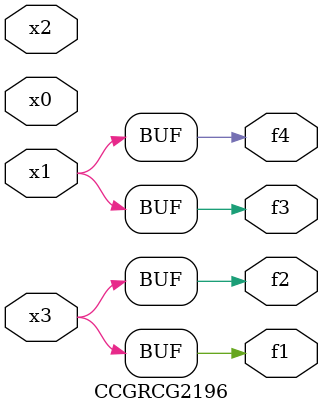
<source format=v>
module CCGRCG2196(
	input x0, x1, x2, x3,
	output f1, f2, f3, f4
);
	assign f1 = x3;
	assign f2 = x3;
	assign f3 = x1;
	assign f4 = x1;
endmodule

</source>
